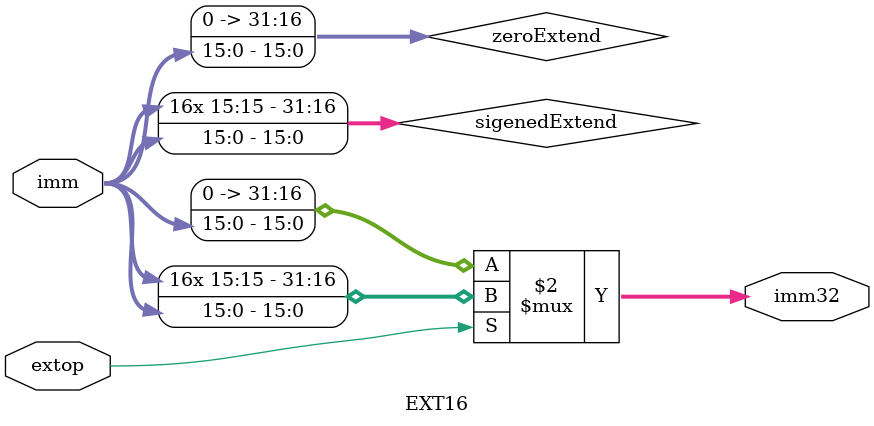
<source format=v>
`timescale 1ns / 1ps
module EXT16(
    input [15:0] imm,
    input extop,
    output [31:0] imm32
    );
wire [31:0] sigenedExtend;
wire [31:0] zeroExtend;

assign sigenedExtend = {{16{imm[15]}},imm};
assign zeroExtend = {{16{1'b0}},imm};
assign imm32 = (extop==0) ? zeroExtend
                :           sigenedExtend;
endmodule

</source>
